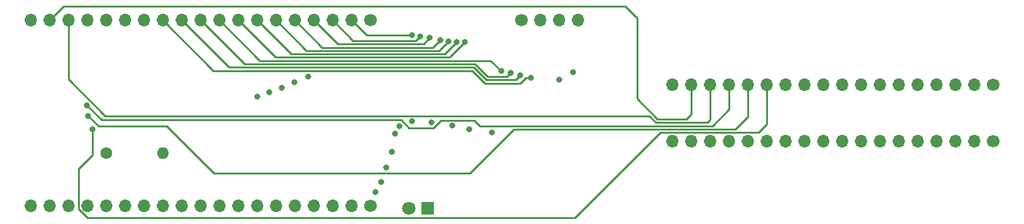
<source format=gbr>
%TF.GenerationSoftware,KiCad,Pcbnew,(6.0.6)*%
%TF.CreationDate,2022-07-11T04:45:58+02:00*%
%TF.ProjectId,ESP32_DevKit_C_v4-AZDelivery_Breadboard_Adapter,45535033-325f-4446-9576-4b69745f435f,rev?*%
%TF.SameCoordinates,Original*%
%TF.FileFunction,Copper,L3,Inr*%
%TF.FilePolarity,Positive*%
%FSLAX46Y46*%
G04 Gerber Fmt 4.6, Leading zero omitted, Abs format (unit mm)*
G04 Created by KiCad (PCBNEW (6.0.6)) date 2022-07-11 04:45:58*
%MOMM*%
%LPD*%
G01*
G04 APERTURE LIST*
%TA.AperFunction,ComponentPad*%
%ADD10R,1.800000X1.800000*%
%TD*%
%TA.AperFunction,ComponentPad*%
%ADD11C,1.800000*%
%TD*%
%TA.AperFunction,ComponentPad*%
%ADD12C,1.700000*%
%TD*%
%TA.AperFunction,ComponentPad*%
%ADD13O,1.700000X1.700000*%
%TD*%
%TA.AperFunction,ComponentPad*%
%ADD14C,1.600000*%
%TD*%
%TA.AperFunction,ComponentPad*%
%ADD15O,1.600000X1.600000*%
%TD*%
%TA.AperFunction,ViaPad*%
%ADD16C,0.800000*%
%TD*%
%TA.AperFunction,Conductor*%
%ADD17C,0.250000*%
%TD*%
G04 APERTURE END LIST*
D10*
%TO.N,GND*%
%TO.C,D1*%
X129600000Y-80190000D03*
D11*
%TO.N,Net-(D1-Pad2)*%
X127060000Y-80190000D03*
%TD*%
D12*
%TO.N,GND*%
%TO.C,J5*%
X142240000Y-54790000D03*
D13*
%TO.N,+5V*%
X144780000Y-54790000D03*
%TO.N,GPIO22*%
X147320000Y-54790000D03*
%TO.N,GPIO21*%
X149860000Y-54790000D03*
%TD*%
D14*
%TO.N,GPIO2*%
%TO.C,R1*%
X86350000Y-72690000D03*
D15*
%TO.N,Net-(D1-Pad2)*%
X93970000Y-72690000D03*
%TD*%
D12*
%TO.N,+3.3V*%
%TO.C,J1*%
X121900000Y-54790000D03*
D13*
%TO.N,RESET*%
X119360000Y-54790000D03*
%TO.N,GPIO36*%
X116820000Y-54790000D03*
%TO.N,GPIO39*%
X114280000Y-54790000D03*
%TO.N,GPIO34*%
X111740000Y-54790000D03*
%TO.N,GPIO35*%
X109200000Y-54790000D03*
%TO.N,GPIO32*%
X106660000Y-54790000D03*
%TO.N,GPIO33*%
X104120000Y-54790000D03*
%TO.N,GPIO25*%
X101580000Y-54790000D03*
%TO.N,GPIO26*%
X99040000Y-54790000D03*
%TO.N,GPIO27*%
X96500000Y-54790000D03*
%TO.N,GPIO14*%
X93960000Y-54790000D03*
%TO.N,GPIO12*%
X91420000Y-54790000D03*
%TO.N,GND*%
X88880000Y-54790000D03*
%TO.N,GPIO13*%
X86340000Y-54790000D03*
%TO.N,GPIO9*%
X83800000Y-54790000D03*
%TO.N,GPIO10*%
X81260000Y-54790000D03*
%TO.N,GPIO11*%
X78720000Y-54790000D03*
%TO.N,+5V*%
X76180000Y-54790000D03*
%TD*%
D12*
%TO.N,GND*%
%TO.C,J2*%
X121900000Y-79790000D03*
D13*
%TO.N,GPIO23*%
X119360000Y-79790000D03*
%TO.N,GPIO22*%
X116820000Y-79790000D03*
%TO.N,GPIO1*%
X114280000Y-79790000D03*
%TO.N,GPIO3*%
X111740000Y-79790000D03*
%TO.N,GPIO21*%
X109200000Y-79790000D03*
%TO.N,GND*%
X106660000Y-79790000D03*
%TO.N,GPIO19*%
X104120000Y-79790000D03*
%TO.N,GPIO18*%
X101580000Y-79790000D03*
%TO.N,GPIO5*%
X99040000Y-79790000D03*
%TO.N,GPIO17*%
X96500000Y-79790000D03*
%TO.N,GPIO16*%
X93960000Y-79790000D03*
%TO.N,GPIO4*%
X91420000Y-79790000D03*
%TO.N,GPIO0*%
X88880000Y-79790000D03*
%TO.N,GPIO2*%
X86340000Y-79790000D03*
%TO.N,GPIO15*%
X83800000Y-79790000D03*
%TO.N,GPIO8*%
X81260000Y-79790000D03*
%TO.N,GPIO7*%
X78720000Y-79790000D03*
%TO.N,GPIO6*%
X76180000Y-79790000D03*
%TD*%
D12*
%TO.N,GND*%
%TO.C,J4*%
X205740000Y-71120000D03*
D13*
%TO.N,GPIO23*%
X203200000Y-71120000D03*
%TO.N,GPIO22*%
X200660000Y-71120000D03*
%TO.N,GPIO1*%
X198120000Y-71120000D03*
%TO.N,GPIO3*%
X195580000Y-71120000D03*
%TO.N,GPIO21*%
X193040000Y-71120000D03*
%TO.N,GPIO19*%
X190500000Y-71120000D03*
%TO.N,GPIO18*%
X187960000Y-71120000D03*
%TO.N,GPIO5*%
X185420000Y-71120000D03*
%TO.N,GPIO17*%
X182880000Y-71120000D03*
%TO.N,GPIO16*%
X180340000Y-71120000D03*
%TO.N,GPIO4*%
X177800000Y-71120000D03*
%TO.N,GPIO0*%
X175260000Y-71120000D03*
%TO.N,GPIO2*%
X172720000Y-71120000D03*
%TO.N,GPIO15*%
X170180000Y-71120000D03*
%TO.N,GPIO8*%
X167640000Y-71120000D03*
%TO.N,GPIO7*%
X165100000Y-71120000D03*
%TO.N,GPIO6*%
X162560000Y-71120000D03*
%TD*%
D12*
%TO.N,+3.3V*%
%TO.C,J3*%
X205740000Y-63500000D03*
D13*
%TO.N,RESET*%
X203200000Y-63500000D03*
%TO.N,GPIO36*%
X200660000Y-63500000D03*
%TO.N,GPIO39*%
X198120000Y-63500000D03*
%TO.N,GPIO34*%
X195580000Y-63500000D03*
%TO.N,GPIO35*%
X193040000Y-63500000D03*
%TO.N,GPIO32*%
X190500000Y-63500000D03*
%TO.N,GPIO33*%
X187960000Y-63500000D03*
%TO.N,GPIO25*%
X185420000Y-63500000D03*
%TO.N,GPIO26*%
X182880000Y-63500000D03*
%TO.N,GPIO27*%
X180340000Y-63500000D03*
%TO.N,GPIO14*%
X177800000Y-63500000D03*
%TO.N,GPIO12*%
X175260000Y-63500000D03*
%TO.N,GPIO13*%
X172720000Y-63500000D03*
%TO.N,GPIO9*%
X170180000Y-63500000D03*
%TO.N,GPIO10*%
X167640000Y-63500000D03*
%TO.N,GPIO11*%
X165100000Y-63500000D03*
%TO.N,+5V*%
X162560000Y-63500000D03*
%TD*%
D16*
%TO.N,GPIO2*%
X106712299Y-65102299D03*
%TO.N,RESET*%
X127462702Y-56827297D03*
%TO.N,GPIO36*%
X128599386Y-56939382D03*
%TO.N,GPIO39*%
X129912300Y-57177700D03*
%TO.N,GPIO34*%
X131274600Y-57515400D03*
%TO.N,GPIO35*%
X132396049Y-57612249D03*
%TO.N,GPIO32*%
X133514499Y-57706099D03*
%TO.N,GPIO33*%
X134617398Y-57765500D03*
%TO.N,GPIO25*%
X139534194Y-61657698D03*
%TO.N,GPIO26*%
X140795548Y-61894452D03*
%TO.N,GPIO27*%
X142107847Y-62182153D03*
%TO.N,GPIO14*%
X143470147Y-62519853D03*
%TO.N,GPIO12*%
X84501305Y-69491305D03*
%TO.N,GPIO13*%
X83900000Y-67690000D03*
%TO.N,GPIO9*%
X83737701Y-66252299D03*
%TO.N,GPIO23*%
X122624500Y-77990000D03*
%TO.N,GPIO22*%
X123349000Y-76590000D03*
X147300000Y-62775500D03*
%TO.N,GPIO1*%
X124073500Y-74690000D03*
%TO.N,GPIO3*%
X124798000Y-72590000D03*
%TO.N,GPIO21*%
X125248000Y-70090000D03*
X149200000Y-61790000D03*
%TO.N,GPIO19*%
X125852684Y-69061915D03*
%TO.N,GPIO18*%
X127524599Y-68414600D03*
%TO.N,GPIO5*%
X130100000Y-68564500D03*
%TO.N,GPIO17*%
X132900000Y-69014500D03*
%TO.N,GPIO16*%
X135200000Y-69464500D03*
%TO.N,GPIO4*%
X138271014Y-69914500D03*
%TO.N,GPIO15*%
X108324599Y-64514599D03*
%TO.N,GPIO8*%
X109936899Y-63926899D03*
%TO.N,GPIO7*%
X111699199Y-63189199D03*
%TO.N,GPIO6*%
X113511499Y-62401499D03*
%TD*%
D17*
%TO.N,RESET*%
X127462702Y-56827297D02*
X121397297Y-56827297D01*
X121397297Y-56827297D02*
X119360000Y-54790000D01*
%TO.N,GPIO36*%
X119582297Y-57552297D02*
X116820000Y-54790000D01*
X127986471Y-57552297D02*
X119582297Y-57552297D01*
X128599386Y-56939382D02*
X127986471Y-57552297D01*
%TO.N,GPIO39*%
X129912300Y-57177700D02*
X129087703Y-58002297D01*
X129087703Y-58002297D02*
X117492297Y-58002297D01*
X117492297Y-58002297D02*
X114280000Y-54790000D01*
%TO.N,GPIO34*%
X131274600Y-57515400D02*
X130337703Y-58452297D01*
X130337703Y-58452297D02*
X115402297Y-58452297D01*
X115402297Y-58452297D02*
X111740000Y-54790000D01*
%TO.N,GPIO35*%
X131106001Y-58902297D02*
X113312297Y-58902297D01*
X113312297Y-58902297D02*
X109200000Y-54790000D01*
X132396049Y-57612249D02*
X131106001Y-58902297D01*
%TO.N,GPIO32*%
X131868301Y-59352297D02*
X111222297Y-59352297D01*
X111222297Y-59352297D02*
X106660000Y-54790000D01*
X133514499Y-57706099D02*
X131868301Y-59352297D01*
%TO.N,GPIO33*%
X134617398Y-57765500D02*
X132580601Y-59802297D01*
X132580601Y-59802297D02*
X109132297Y-59802297D01*
X109132297Y-59802297D02*
X104120000Y-54790000D01*
%TO.N,GPIO25*%
X139534194Y-61657698D02*
X138128793Y-60252297D01*
X138128793Y-60252297D02*
X107042297Y-60252297D01*
X107042297Y-60252297D02*
X101580000Y-54790000D01*
%TO.N,GPIO26*%
X136000000Y-60702297D02*
X104952297Y-60702297D01*
X140795548Y-61894452D02*
X140307302Y-62382698D01*
X137680401Y-62382698D02*
X136000000Y-60702297D01*
X140307302Y-62382698D02*
X137680401Y-62382698D01*
X104952297Y-60702297D02*
X99040000Y-54790000D01*
%TO.N,GPIO27*%
X135813604Y-61152297D02*
X102862297Y-61152297D01*
X141457302Y-62832698D02*
X137494005Y-62832698D01*
X137494005Y-62832698D02*
X135813604Y-61152297D01*
X142107847Y-62182153D02*
X141457302Y-62832698D01*
X102862297Y-61152297D02*
X96500000Y-54790000D01*
%TO.N,GPIO14*%
X137307609Y-63282698D02*
X135627208Y-61602297D01*
X143470147Y-62519853D02*
X142870147Y-62519853D01*
X142870147Y-62519853D02*
X142107302Y-63282698D01*
X142107302Y-63282698D02*
X137307609Y-63282698D01*
X100772297Y-61602297D02*
X93960000Y-54790000D01*
X135627208Y-61602297D02*
X100772297Y-61602297D01*
%TO.N,GPIO12*%
X83788299Y-81440000D02*
X149460000Y-81440000D01*
X160955000Y-69945000D02*
X174165000Y-69945000D01*
X82625000Y-80276701D02*
X83788299Y-81440000D01*
X84501305Y-72947704D02*
X82625000Y-74824009D01*
X84501305Y-69491305D02*
X84501305Y-72947704D01*
X174165000Y-69945000D02*
X175260000Y-68850000D01*
X149460000Y-81440000D02*
X160955000Y-69945000D01*
X175260000Y-68850000D02*
X175260000Y-63500000D01*
X82625000Y-74824009D02*
X82625000Y-80276701D01*
%TO.N,GPIO13*%
X172720000Y-63500000D02*
X172720000Y-67770000D01*
X135275000Y-75415000D02*
X100825000Y-75415000D01*
X100825000Y-75415000D02*
X94500000Y-69090000D01*
X141195000Y-69495000D02*
X135275000Y-75415000D01*
X170995000Y-69495000D02*
X141195000Y-69495000D01*
X85300000Y-69090000D02*
X83900000Y-67690000D01*
X94500000Y-69090000D02*
X85300000Y-69090000D01*
X172720000Y-67770000D02*
X170995000Y-69495000D01*
%TO.N,GPIO9*%
X127105574Y-69289500D02*
X126067062Y-68250988D01*
X170180000Y-63500000D02*
X170180000Y-66810000D01*
X126067062Y-68250988D02*
X85736388Y-68250988D01*
X135889305Y-68289500D02*
X131400305Y-68289500D01*
X130400305Y-69289500D02*
X127105574Y-69289500D01*
X131400305Y-68289500D02*
X130400305Y-69289500D01*
X85736388Y-68250988D02*
X83737701Y-66252299D01*
X170180000Y-66810000D02*
X167945000Y-69045000D01*
X167945000Y-69045000D02*
X136644805Y-69045000D01*
X136644805Y-69045000D02*
X135889305Y-68289500D01*
%TO.N,GPIO10*%
X167295000Y-68595000D02*
X160368604Y-68595000D01*
X159463204Y-67689600D02*
X86199600Y-67689600D01*
X81260000Y-62750000D02*
X81260000Y-54790000D01*
X86199600Y-67689600D02*
X81260000Y-62750000D01*
X167640000Y-63500000D02*
X167640000Y-68250000D01*
X160368604Y-68595000D02*
X159463204Y-67689600D01*
X167640000Y-68250000D02*
X167295000Y-68595000D01*
%TO.N,GPIO11*%
X157800000Y-54515000D02*
X157800000Y-65390000D01*
X80595000Y-52915000D02*
X156200000Y-52915000D01*
X165100000Y-67490000D02*
X165100000Y-63500000D01*
X78720000Y-54790000D02*
X80595000Y-52915000D01*
X160555000Y-68145000D02*
X164445000Y-68145000D01*
X164445000Y-68145000D02*
X165100000Y-67490000D01*
X157800000Y-65390000D02*
X160555000Y-68145000D01*
X156200000Y-52915000D02*
X157800000Y-54515000D01*
%TD*%
M02*

</source>
